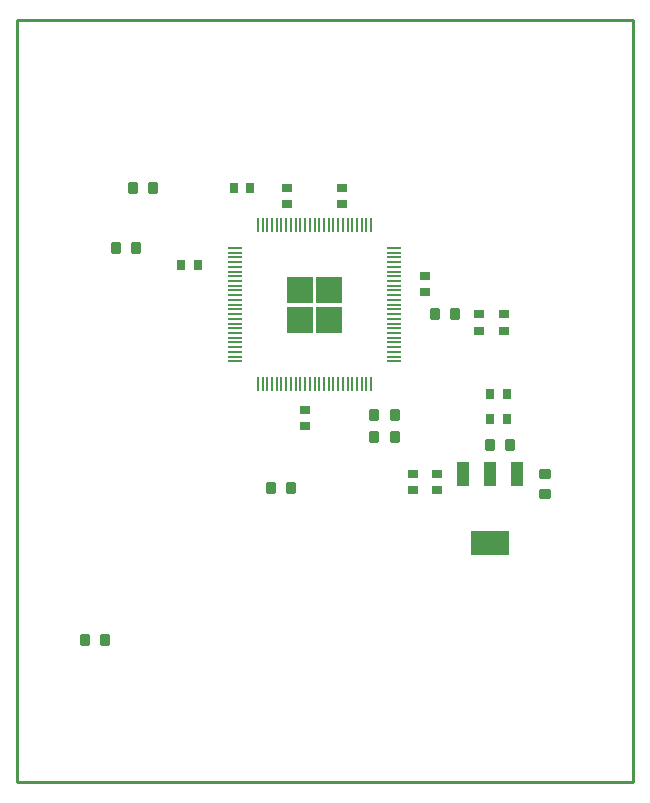
<source format=gtp>
G04*
G04 #@! TF.GenerationSoftware,Altium Limited,Altium Designer,19.0.14 (431)*
G04*
G04 Layer_Color=8421504*
%FSLAX25Y25*%
%MOIN*%
G70*
G01*
G75*
%ADD13C,0.01000*%
%ADD15R,0.08949X0.08949*%
G04:AMPARAMS|DCode=16|XSize=39.37mil|YSize=35.43mil|CornerRadius=4.43mil|HoleSize=0mil|Usage=FLASHONLY|Rotation=270.000|XOffset=0mil|YOffset=0mil|HoleType=Round|Shape=RoundedRectangle|*
%AMROUNDEDRECTD16*
21,1,0.03937,0.02657,0,0,270.0*
21,1,0.03051,0.03543,0,0,270.0*
1,1,0.00886,-0.01329,-0.01526*
1,1,0.00886,-0.01329,0.01526*
1,1,0.00886,0.01329,0.01526*
1,1,0.00886,0.01329,-0.01526*
%
%ADD16ROUNDEDRECTD16*%
%ADD17R,0.02953X0.03740*%
%ADD18R,0.03740X0.02953*%
%ADD19R,0.12795X0.08465*%
%ADD20R,0.03937X0.08465*%
G04:AMPARAMS|DCode=21|XSize=39.37mil|YSize=35.43mil|CornerRadius=4.43mil|HoleSize=0mil|Usage=FLASHONLY|Rotation=0.000|XOffset=0mil|YOffset=0mil|HoleType=Round|Shape=RoundedRectangle|*
%AMROUNDEDRECTD21*
21,1,0.03937,0.02657,0,0,0.0*
21,1,0.03051,0.03543,0,0,0.0*
1,1,0.00886,0.01526,-0.01329*
1,1,0.00886,-0.01526,-0.01329*
1,1,0.00886,-0.01526,0.01329*
1,1,0.00886,0.01526,0.01329*
%
%ADD21ROUNDEDRECTD21*%
%ADD22O,0.00645X0.05212*%
%ADD23O,0.05212X0.00645*%
D13*
X0Y0D02*
Y254000D01*
X205500D01*
Y0D02*
Y254000D01*
X0Y0D02*
X205500D01*
D15*
X104152Y154276D02*
D03*
X104153Y164225D02*
D03*
X94204Y164225D02*
D03*
X94203Y154276D02*
D03*
D16*
X84808Y98000D02*
D03*
X91501D02*
D03*
X39746Y178148D02*
D03*
X33054D02*
D03*
X29346Y47500D02*
D03*
X22654D02*
D03*
X38653Y198000D02*
D03*
X45346D02*
D03*
X164393Y112400D02*
D03*
X157700D02*
D03*
X125847Y115000D02*
D03*
X119153D02*
D03*
X125847Y122500D02*
D03*
X119153D02*
D03*
X139453Y156101D02*
D03*
X146147D02*
D03*
D17*
X60256Y172500D02*
D03*
X54744D02*
D03*
X72244Y198256D02*
D03*
X77756D02*
D03*
X163212Y129500D02*
D03*
X157700D02*
D03*
X163212Y121000D02*
D03*
X157700D02*
D03*
D18*
X140000Y97404D02*
D03*
Y102916D02*
D03*
X132000Y97404D02*
D03*
Y102916D02*
D03*
X136142Y163316D02*
D03*
Y168828D02*
D03*
X154000Y156101D02*
D03*
Y150589D02*
D03*
X162400Y156101D02*
D03*
Y150589D02*
D03*
X90000Y192744D02*
D03*
Y198256D02*
D03*
X108500Y192744D02*
D03*
Y198256D02*
D03*
X96000Y124256D02*
D03*
Y118744D02*
D03*
D19*
X157700Y79884D02*
D03*
D20*
X148645Y102916D02*
D03*
X157700D02*
D03*
X166755D02*
D03*
D21*
X176000Y96223D02*
D03*
Y102916D02*
D03*
D22*
X118076Y132872D02*
D03*
X116501D02*
D03*
X114926D02*
D03*
X113351D02*
D03*
X111776D02*
D03*
X110202D02*
D03*
X108627D02*
D03*
X107052D02*
D03*
X105477D02*
D03*
X103902D02*
D03*
X102328D02*
D03*
X100753D02*
D03*
X99178D02*
D03*
X97603D02*
D03*
X96028D02*
D03*
X94454D02*
D03*
X92879D02*
D03*
X91304D02*
D03*
X89729D02*
D03*
X88154D02*
D03*
X86580D02*
D03*
X85005D02*
D03*
X83430D02*
D03*
X81855D02*
D03*
X80280D02*
D03*
Y185628D02*
D03*
X81855D02*
D03*
X83430D02*
D03*
X85005D02*
D03*
X86580D02*
D03*
X88154D02*
D03*
X89729D02*
D03*
X91304D02*
D03*
X92879D02*
D03*
X94454D02*
D03*
X96028D02*
D03*
X97603D02*
D03*
X99178D02*
D03*
X100753D02*
D03*
X102328D02*
D03*
X103902D02*
D03*
X105477D02*
D03*
X107052D02*
D03*
X108627D02*
D03*
X110202D02*
D03*
X111776D02*
D03*
X113351D02*
D03*
X114926D02*
D03*
X116501D02*
D03*
X118076D02*
D03*
D23*
X72800Y140353D02*
D03*
Y141928D02*
D03*
Y143502D02*
D03*
Y145077D02*
D03*
Y146652D02*
D03*
Y148227D02*
D03*
Y149802D02*
D03*
Y151376D02*
D03*
Y152951D02*
D03*
Y154526D02*
D03*
Y156101D02*
D03*
Y157676D02*
D03*
Y159250D02*
D03*
Y160825D02*
D03*
Y162400D02*
D03*
Y163975D02*
D03*
Y165550D02*
D03*
Y167124D02*
D03*
Y168699D02*
D03*
Y170274D02*
D03*
Y171849D02*
D03*
Y173424D02*
D03*
Y174998D02*
D03*
Y176573D02*
D03*
Y178148D02*
D03*
X125556D02*
D03*
Y176573D02*
D03*
Y174998D02*
D03*
Y173424D02*
D03*
Y171849D02*
D03*
Y170274D02*
D03*
Y168699D02*
D03*
Y167124D02*
D03*
Y165550D02*
D03*
Y163975D02*
D03*
Y162400D02*
D03*
Y160825D02*
D03*
Y159250D02*
D03*
Y157676D02*
D03*
Y156101D02*
D03*
Y154526D02*
D03*
Y152951D02*
D03*
Y151376D02*
D03*
Y149802D02*
D03*
Y148227D02*
D03*
Y146652D02*
D03*
Y145077D02*
D03*
Y143502D02*
D03*
Y141928D02*
D03*
Y140353D02*
D03*
M02*

</source>
